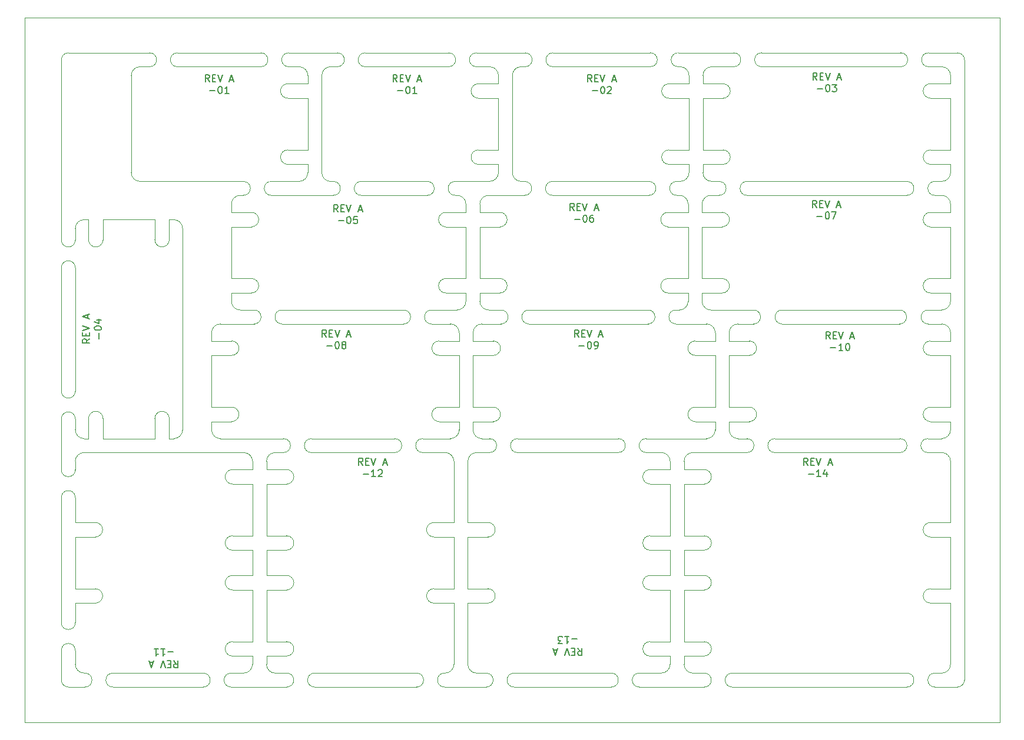
<source format=gbo>
G04 #@! TF.GenerationSoftware,KiCad,Pcbnew,(5.1.2)-2*
G04 #@! TF.CreationDate,2019-09-28T01:25:21-05:00*
G04 #@! TF.ProjectId,front_end,66726f6e-745f-4656-9e64-2e6b69636164,A*
G04 #@! TF.SameCoordinates,Original*
G04 #@! TF.FileFunction,Legend,Bot*
G04 #@! TF.FilePolarity,Positive*
%FSLAX46Y46*%
G04 Gerber Fmt 4.6, Leading zero omitted, Abs format (unit mm)*
G04 Created by KiCad (PCBNEW (5.1.2)-2) date 2019-09-28 01:25:21*
%MOMM*%
%LPD*%
G04 APERTURE LIST*
%ADD10C,0.025400*%
%ADD11C,0.152400*%
G04 APERTURE END LIST*
D10*
X253967940Y-136955000D02*
X256648140Y-136955000D01*
X259614600Y-170705000D02*
G75*
G02X259614600Y-168705000I0J1000000D01*
G01*
X255614600Y-168705000D02*
G75*
G02X255614600Y-170705000I0J-1000000D01*
G01*
X252697940Y-154646100D02*
X252697940Y-151013900D01*
X252697940Y-138225000D02*
G75*
G02X253967940Y-136955000I1270000J0D01*
G01*
X253967940Y-168705000D02*
G75*
G02X252697940Y-167435000I0J1270000D01*
G01*
X252697940Y-166253900D02*
X252697940Y-167435000D01*
X252697940Y-139406100D02*
X252697940Y-138225000D01*
X253967940Y-168705000D02*
X255614600Y-168705000D01*
D11*
X167236019Y-120599467D02*
X166752209Y-120938134D01*
X167236019Y-121180039D02*
X166220019Y-121180039D01*
X166220019Y-120792991D01*
X166268400Y-120696229D01*
X166316780Y-120647848D01*
X166413542Y-120599467D01*
X166558685Y-120599467D01*
X166655447Y-120647848D01*
X166703828Y-120696229D01*
X166752209Y-120792991D01*
X166752209Y-121180039D01*
X166703828Y-120164039D02*
X166703828Y-119825372D01*
X167236019Y-119680229D02*
X167236019Y-120164039D01*
X166220019Y-120164039D01*
X166220019Y-119680229D01*
X166220019Y-119389943D02*
X167236019Y-119051277D01*
X166220019Y-118712610D01*
X166945733Y-117648229D02*
X166945733Y-117164420D01*
X167236019Y-117744991D02*
X166220019Y-117406324D01*
X167236019Y-117067658D01*
X168525371Y-120551086D02*
X168525371Y-119776991D01*
X167896419Y-119099658D02*
X167896419Y-119002896D01*
X167944800Y-118906134D01*
X167993180Y-118857753D01*
X168089942Y-118809372D01*
X168283466Y-118760991D01*
X168525371Y-118760991D01*
X168718895Y-118809372D01*
X168815657Y-118857753D01*
X168864038Y-118906134D01*
X168912419Y-119002896D01*
X168912419Y-119099658D01*
X168864038Y-119196420D01*
X168815657Y-119244800D01*
X168718895Y-119293181D01*
X168525371Y-119341562D01*
X168283466Y-119341562D01*
X168089942Y-119293181D01*
X167993180Y-119244800D01*
X167944800Y-119196420D01*
X167896419Y-119099658D01*
X168235085Y-117890134D02*
X168912419Y-117890134D01*
X167848038Y-118132039D02*
X168573752Y-118373943D01*
X168573752Y-117744991D01*
X179311607Y-166890480D02*
X179650274Y-167374290D01*
X179892179Y-166890480D02*
X179892179Y-167906480D01*
X179505131Y-167906480D01*
X179408369Y-167858100D01*
X179359988Y-167809719D01*
X179311607Y-167712957D01*
X179311607Y-167567814D01*
X179359988Y-167471052D01*
X179408369Y-167422671D01*
X179505131Y-167374290D01*
X179892179Y-167374290D01*
X178876179Y-167422671D02*
X178537512Y-167422671D01*
X178392369Y-166890480D02*
X178876179Y-166890480D01*
X178876179Y-167906480D01*
X178392369Y-167906480D01*
X178102083Y-167906480D02*
X177763417Y-166890480D01*
X177424750Y-167906480D01*
X176360369Y-167180766D02*
X175876560Y-167180766D01*
X176457131Y-166890480D02*
X176118464Y-167906480D01*
X175779798Y-166890480D01*
X179263226Y-165601128D02*
X178489131Y-165601128D01*
X177473131Y-165214080D02*
X178053702Y-165214080D01*
X177763417Y-165214080D02*
X177763417Y-166230080D01*
X177860179Y-166084938D01*
X177956940Y-165988176D01*
X178053702Y-165939795D01*
X176505512Y-165214080D02*
X177086083Y-165214080D01*
X176795798Y-165214080D02*
X176795798Y-166230080D01*
X176892560Y-166084938D01*
X176989321Y-165988176D01*
X177086083Y-165939795D01*
X206508644Y-138768439D02*
X206169977Y-138284629D01*
X205928072Y-138768439D02*
X205928072Y-137752439D01*
X206315120Y-137752439D01*
X206411882Y-137800820D01*
X206460263Y-137849200D01*
X206508644Y-137945962D01*
X206508644Y-138091105D01*
X206460263Y-138187867D01*
X206411882Y-138236248D01*
X206315120Y-138284629D01*
X205928072Y-138284629D01*
X206944072Y-138236248D02*
X207282739Y-138236248D01*
X207427882Y-138768439D02*
X206944072Y-138768439D01*
X206944072Y-137752439D01*
X207427882Y-137752439D01*
X207718168Y-137752439D02*
X208056834Y-138768439D01*
X208395501Y-137752439D01*
X209459882Y-138478153D02*
X209943692Y-138478153D01*
X209363120Y-138768439D02*
X209701787Y-137752439D01*
X210040453Y-138768439D01*
X206557025Y-140057791D02*
X207331120Y-140057791D01*
X208347120Y-140444839D02*
X207766549Y-140444839D01*
X208056834Y-140444839D02*
X208056834Y-139428839D01*
X207960072Y-139573981D01*
X207863311Y-139670743D01*
X207766549Y-139719124D01*
X208734168Y-139525600D02*
X208782549Y-139477220D01*
X208879311Y-139428839D01*
X209121215Y-139428839D01*
X209217977Y-139477220D01*
X209266358Y-139525600D01*
X209314739Y-139622362D01*
X209314739Y-139719124D01*
X209266358Y-139864267D01*
X208685787Y-140444839D01*
X209314739Y-140444839D01*
X237401667Y-165093240D02*
X237740334Y-165577050D01*
X237982239Y-165093240D02*
X237982239Y-166109240D01*
X237595191Y-166109240D01*
X237498429Y-166060860D01*
X237450048Y-166012479D01*
X237401667Y-165915717D01*
X237401667Y-165770574D01*
X237450048Y-165673812D01*
X237498429Y-165625431D01*
X237595191Y-165577050D01*
X237982239Y-165577050D01*
X236966239Y-165625431D02*
X236627572Y-165625431D01*
X236482429Y-165093240D02*
X236966239Y-165093240D01*
X236966239Y-166109240D01*
X236482429Y-166109240D01*
X236192143Y-166109240D02*
X235853477Y-165093240D01*
X235514810Y-166109240D01*
X234450429Y-165383526D02*
X233966620Y-165383526D01*
X234547191Y-165093240D02*
X234208524Y-166109240D01*
X233869858Y-165093240D01*
X237353286Y-163803888D02*
X236579191Y-163803888D01*
X235563191Y-163416840D02*
X236143762Y-163416840D01*
X235853477Y-163416840D02*
X235853477Y-164432840D01*
X235950239Y-164287698D01*
X236047000Y-164190936D01*
X236143762Y-164142555D01*
X235224524Y-164432840D02*
X234595572Y-164432840D01*
X234934239Y-164045793D01*
X234789096Y-164045793D01*
X234692334Y-163997412D01*
X234643953Y-163949031D01*
X234595572Y-163852269D01*
X234595572Y-163610364D01*
X234643953Y-163513602D01*
X234692334Y-163465221D01*
X234789096Y-163416840D01*
X235079381Y-163416840D01*
X235176143Y-163465221D01*
X235224524Y-163513602D01*
X270504502Y-138768439D02*
X270165835Y-138284629D01*
X269923930Y-138768439D02*
X269923930Y-137752439D01*
X270310978Y-137752439D01*
X270407740Y-137800820D01*
X270456121Y-137849200D01*
X270504502Y-137945962D01*
X270504502Y-138091105D01*
X270456121Y-138187867D01*
X270407740Y-138236248D01*
X270310978Y-138284629D01*
X269923930Y-138284629D01*
X270939930Y-138236248D02*
X271278597Y-138236248D01*
X271423740Y-138768439D02*
X270939930Y-138768439D01*
X270939930Y-137752439D01*
X271423740Y-137752439D01*
X271714026Y-137752439D02*
X272052692Y-138768439D01*
X272391359Y-137752439D01*
X273455740Y-138478153D02*
X273939550Y-138478153D01*
X273358978Y-138768439D02*
X273697645Y-137752439D01*
X274036311Y-138768439D01*
X270552883Y-140057791D02*
X271326978Y-140057791D01*
X272342978Y-140444839D02*
X271762407Y-140444839D01*
X272052692Y-140444839D02*
X272052692Y-139428839D01*
X271955930Y-139573981D01*
X271859169Y-139670743D01*
X271762407Y-139719124D01*
X273213835Y-139767505D02*
X273213835Y-140444839D01*
X272971930Y-139380458D02*
X272730026Y-140106172D01*
X273358978Y-140106172D01*
X236908572Y-102112739D02*
X236569905Y-101628929D01*
X236328000Y-102112739D02*
X236328000Y-101096739D01*
X236715048Y-101096739D01*
X236811810Y-101145120D01*
X236860191Y-101193500D01*
X236908572Y-101290262D01*
X236908572Y-101435405D01*
X236860191Y-101532167D01*
X236811810Y-101580548D01*
X236715048Y-101628929D01*
X236328000Y-101628929D01*
X237344000Y-101580548D02*
X237682667Y-101580548D01*
X237827810Y-102112739D02*
X237344000Y-102112739D01*
X237344000Y-101096739D01*
X237827810Y-101096739D01*
X238118096Y-101096739D02*
X238456762Y-102112739D01*
X238795429Y-101096739D01*
X239859810Y-101822453D02*
X240343620Y-101822453D01*
X239763048Y-102112739D02*
X240101715Y-101096739D01*
X240440381Y-102112739D01*
X236956953Y-103402091D02*
X237731048Y-103402091D01*
X238408381Y-102773139D02*
X238505143Y-102773139D01*
X238601905Y-102821520D01*
X238650286Y-102869900D01*
X238698667Y-102966662D01*
X238747048Y-103160186D01*
X238747048Y-103402091D01*
X238698667Y-103595615D01*
X238650286Y-103692377D01*
X238601905Y-103740758D01*
X238505143Y-103789139D01*
X238408381Y-103789139D01*
X238311620Y-103740758D01*
X238263239Y-103692377D01*
X238214858Y-103595615D01*
X238166477Y-103402091D01*
X238166477Y-103160186D01*
X238214858Y-102966662D01*
X238263239Y-102869900D01*
X238311620Y-102821520D01*
X238408381Y-102773139D01*
X239617905Y-102773139D02*
X239424381Y-102773139D01*
X239327620Y-102821520D01*
X239279239Y-102869900D01*
X239182477Y-103015043D01*
X239134096Y-103208567D01*
X239134096Y-103595615D01*
X239182477Y-103692377D01*
X239230858Y-103740758D01*
X239327620Y-103789139D01*
X239521143Y-103789139D01*
X239617905Y-103740758D01*
X239666286Y-103692377D01*
X239714667Y-103595615D01*
X239714667Y-103353710D01*
X239666286Y-103256948D01*
X239617905Y-103208567D01*
X239521143Y-103160186D01*
X239327620Y-103160186D01*
X239230858Y-103208567D01*
X239182477Y-103256948D01*
X239134096Y-103353710D01*
X202945158Y-102326419D02*
X202606491Y-101842609D01*
X202364586Y-102326419D02*
X202364586Y-101310419D01*
X202751634Y-101310419D01*
X202848396Y-101358800D01*
X202896777Y-101407180D01*
X202945158Y-101503942D01*
X202945158Y-101649085D01*
X202896777Y-101745847D01*
X202848396Y-101794228D01*
X202751634Y-101842609D01*
X202364586Y-101842609D01*
X203380586Y-101794228D02*
X203719253Y-101794228D01*
X203864396Y-102326419D02*
X203380586Y-102326419D01*
X203380586Y-101310419D01*
X203864396Y-101310419D01*
X204154682Y-101310419D02*
X204493348Y-102326419D01*
X204832015Y-101310419D01*
X205896396Y-102036133D02*
X206380206Y-102036133D01*
X205799634Y-102326419D02*
X206138301Y-101310419D01*
X206476967Y-102326419D01*
X202993539Y-103615771D02*
X203767634Y-103615771D01*
X204444967Y-102986819D02*
X204541729Y-102986819D01*
X204638491Y-103035200D01*
X204686872Y-103083580D01*
X204735253Y-103180342D01*
X204783634Y-103373866D01*
X204783634Y-103615771D01*
X204735253Y-103809295D01*
X204686872Y-103906057D01*
X204638491Y-103954438D01*
X204541729Y-104002819D01*
X204444967Y-104002819D01*
X204348206Y-103954438D01*
X204299825Y-103906057D01*
X204251444Y-103809295D01*
X204203063Y-103615771D01*
X204203063Y-103373866D01*
X204251444Y-103180342D01*
X204299825Y-103083580D01*
X204348206Y-103035200D01*
X204444967Y-102986819D01*
X205702872Y-102986819D02*
X205219063Y-102986819D01*
X205170682Y-103470628D01*
X205219063Y-103422247D01*
X205315825Y-103373866D01*
X205557729Y-103373866D01*
X205654491Y-103422247D01*
X205702872Y-103470628D01*
X205751253Y-103567390D01*
X205751253Y-103809295D01*
X205702872Y-103906057D01*
X205654491Y-103954438D01*
X205557729Y-104002819D01*
X205315825Y-104002819D01*
X205219063Y-103954438D01*
X205170682Y-103906057D01*
X201267852Y-120326419D02*
X200929185Y-119842609D01*
X200687280Y-120326419D02*
X200687280Y-119310419D01*
X201074328Y-119310419D01*
X201171090Y-119358800D01*
X201219471Y-119407180D01*
X201267852Y-119503942D01*
X201267852Y-119649085D01*
X201219471Y-119745847D01*
X201171090Y-119794228D01*
X201074328Y-119842609D01*
X200687280Y-119842609D01*
X201703280Y-119794228D02*
X202041947Y-119794228D01*
X202187090Y-120326419D02*
X201703280Y-120326419D01*
X201703280Y-119310419D01*
X202187090Y-119310419D01*
X202477376Y-119310419D02*
X202816042Y-120326419D01*
X203154709Y-119310419D01*
X204219090Y-120036133D02*
X204702900Y-120036133D01*
X204122328Y-120326419D02*
X204460995Y-119310419D01*
X204799661Y-120326419D01*
X201316233Y-121615771D02*
X202090328Y-121615771D01*
X202767661Y-120986819D02*
X202864423Y-120986819D01*
X202961185Y-121035200D01*
X203009566Y-121083580D01*
X203057947Y-121180342D01*
X203106328Y-121373866D01*
X203106328Y-121615771D01*
X203057947Y-121809295D01*
X203009566Y-121906057D01*
X202961185Y-121954438D01*
X202864423Y-122002819D01*
X202767661Y-122002819D01*
X202670900Y-121954438D01*
X202622519Y-121906057D01*
X202574138Y-121809295D01*
X202525757Y-121615771D01*
X202525757Y-121373866D01*
X202574138Y-121180342D01*
X202622519Y-121083580D01*
X202670900Y-121035200D01*
X202767661Y-120986819D01*
X203686900Y-121422247D02*
X203590138Y-121373866D01*
X203541757Y-121325485D01*
X203493376Y-121228723D01*
X203493376Y-121180342D01*
X203541757Y-121083580D01*
X203590138Y-121035200D01*
X203686900Y-120986819D01*
X203880423Y-120986819D01*
X203977185Y-121035200D01*
X204025566Y-121083580D01*
X204073947Y-121180342D01*
X204073947Y-121228723D01*
X204025566Y-121325485D01*
X203977185Y-121373866D01*
X203880423Y-121422247D01*
X203686900Y-121422247D01*
X203590138Y-121470628D01*
X203541757Y-121519009D01*
X203493376Y-121615771D01*
X203493376Y-121809295D01*
X203541757Y-121906057D01*
X203590138Y-121954438D01*
X203686900Y-122002819D01*
X203880423Y-122002819D01*
X203977185Y-121954438D01*
X204025566Y-121906057D01*
X204073947Y-121809295D01*
X204073947Y-121615771D01*
X204025566Y-121519009D01*
X203977185Y-121470628D01*
X203880423Y-121422247D01*
X237546952Y-120326419D02*
X237208285Y-119842609D01*
X236966380Y-120326419D02*
X236966380Y-119310419D01*
X237353428Y-119310419D01*
X237450190Y-119358800D01*
X237498571Y-119407180D01*
X237546952Y-119503942D01*
X237546952Y-119649085D01*
X237498571Y-119745847D01*
X237450190Y-119794228D01*
X237353428Y-119842609D01*
X236966380Y-119842609D01*
X237982380Y-119794228D02*
X238321047Y-119794228D01*
X238466190Y-120326419D02*
X237982380Y-120326419D01*
X237982380Y-119310419D01*
X238466190Y-119310419D01*
X238756476Y-119310419D02*
X239095142Y-120326419D01*
X239433809Y-119310419D01*
X240498190Y-120036133D02*
X240982000Y-120036133D01*
X240401428Y-120326419D02*
X240740095Y-119310419D01*
X241078761Y-120326419D01*
X237595333Y-121615771D02*
X238369428Y-121615771D01*
X239046761Y-120986819D02*
X239143523Y-120986819D01*
X239240285Y-121035200D01*
X239288666Y-121083580D01*
X239337047Y-121180342D01*
X239385428Y-121373866D01*
X239385428Y-121615771D01*
X239337047Y-121809295D01*
X239288666Y-121906057D01*
X239240285Y-121954438D01*
X239143523Y-122002819D01*
X239046761Y-122002819D01*
X238950000Y-121954438D01*
X238901619Y-121906057D01*
X238853238Y-121809295D01*
X238804857Y-121615771D01*
X238804857Y-121373866D01*
X238853238Y-121180342D01*
X238901619Y-121083580D01*
X238950000Y-121035200D01*
X239046761Y-120986819D01*
X239869238Y-122002819D02*
X240062761Y-122002819D01*
X240159523Y-121954438D01*
X240207904Y-121906057D01*
X240304666Y-121760914D01*
X240353047Y-121567390D01*
X240353047Y-121180342D01*
X240304666Y-121083580D01*
X240256285Y-121035200D01*
X240159523Y-120986819D01*
X239966000Y-120986819D01*
X239869238Y-121035200D01*
X239820857Y-121083580D01*
X239772476Y-121180342D01*
X239772476Y-121422247D01*
X239820857Y-121519009D01*
X239869238Y-121567390D01*
X239966000Y-121615771D01*
X240159523Y-121615771D01*
X240256285Y-121567390D01*
X240304666Y-121519009D01*
X240353047Y-121422247D01*
X184445052Y-83593819D02*
X184106385Y-83110009D01*
X183864480Y-83593819D02*
X183864480Y-82577819D01*
X184251528Y-82577819D01*
X184348290Y-82626200D01*
X184396671Y-82674580D01*
X184445052Y-82771342D01*
X184445052Y-82916485D01*
X184396671Y-83013247D01*
X184348290Y-83061628D01*
X184251528Y-83110009D01*
X183864480Y-83110009D01*
X184880480Y-83061628D02*
X185219147Y-83061628D01*
X185364290Y-83593819D02*
X184880480Y-83593819D01*
X184880480Y-82577819D01*
X185364290Y-82577819D01*
X185654576Y-82577819D02*
X185993242Y-83593819D01*
X186331909Y-82577819D01*
X187396290Y-83303533D02*
X187880100Y-83303533D01*
X187299528Y-83593819D02*
X187638195Y-82577819D01*
X187976861Y-83593819D01*
X184493433Y-84883171D02*
X185267528Y-84883171D01*
X185944861Y-84254219D02*
X186041623Y-84254219D01*
X186138385Y-84302600D01*
X186186766Y-84350980D01*
X186235147Y-84447742D01*
X186283528Y-84641266D01*
X186283528Y-84883171D01*
X186235147Y-85076695D01*
X186186766Y-85173457D01*
X186138385Y-85221838D01*
X186041623Y-85270219D01*
X185944861Y-85270219D01*
X185848100Y-85221838D01*
X185799719Y-85173457D01*
X185751338Y-85076695D01*
X185702957Y-84883171D01*
X185702957Y-84641266D01*
X185751338Y-84447742D01*
X185799719Y-84350980D01*
X185848100Y-84302600D01*
X185944861Y-84254219D01*
X187251147Y-85270219D02*
X186670576Y-85270219D01*
X186960861Y-85270219D02*
X186960861Y-84254219D01*
X186864100Y-84399361D01*
X186767338Y-84496123D01*
X186670576Y-84544504D01*
X211445052Y-83609059D02*
X211106385Y-83125249D01*
X210864480Y-83609059D02*
X210864480Y-82593059D01*
X211251528Y-82593059D01*
X211348290Y-82641440D01*
X211396671Y-82689820D01*
X211445052Y-82786582D01*
X211445052Y-82931725D01*
X211396671Y-83028487D01*
X211348290Y-83076868D01*
X211251528Y-83125249D01*
X210864480Y-83125249D01*
X211880480Y-83076868D02*
X212219147Y-83076868D01*
X212364290Y-83609059D02*
X211880480Y-83609059D01*
X211880480Y-82593059D01*
X212364290Y-82593059D01*
X212654576Y-82593059D02*
X212993242Y-83609059D01*
X213331909Y-82593059D01*
X214396290Y-83318773D02*
X214880100Y-83318773D01*
X214299528Y-83609059D02*
X214638195Y-82593059D01*
X214976861Y-83609059D01*
X211493433Y-84898411D02*
X212267528Y-84898411D01*
X212944861Y-84269459D02*
X213041623Y-84269459D01*
X213138385Y-84317840D01*
X213186766Y-84366220D01*
X213235147Y-84462982D01*
X213283528Y-84656506D01*
X213283528Y-84898411D01*
X213235147Y-85091935D01*
X213186766Y-85188697D01*
X213138385Y-85237078D01*
X213041623Y-85285459D01*
X212944861Y-85285459D01*
X212848100Y-85237078D01*
X212799719Y-85188697D01*
X212751338Y-85091935D01*
X212702957Y-84898411D01*
X212702957Y-84656506D01*
X212751338Y-84462982D01*
X212799719Y-84366220D01*
X212848100Y-84317840D01*
X212944861Y-84269459D01*
X214251147Y-85285459D02*
X213670576Y-85285459D01*
X213960861Y-85285459D02*
X213960861Y-84269459D01*
X213864100Y-84414601D01*
X213767338Y-84511363D01*
X213670576Y-84559744D01*
X273700052Y-120596002D02*
X273361385Y-120112192D01*
X273119480Y-120596002D02*
X273119480Y-119580002D01*
X273506528Y-119580002D01*
X273603290Y-119628383D01*
X273651671Y-119676763D01*
X273700052Y-119773525D01*
X273700052Y-119918668D01*
X273651671Y-120015430D01*
X273603290Y-120063811D01*
X273506528Y-120112192D01*
X273119480Y-120112192D01*
X274135480Y-120063811D02*
X274474147Y-120063811D01*
X274619290Y-120596002D02*
X274135480Y-120596002D01*
X274135480Y-119580002D01*
X274619290Y-119580002D01*
X274909576Y-119580002D02*
X275248242Y-120596002D01*
X275586909Y-119580002D01*
X276651290Y-120305716D02*
X277135100Y-120305716D01*
X276554528Y-120596002D02*
X276893195Y-119580002D01*
X277231861Y-120596002D01*
X273748433Y-121885354D02*
X274522528Y-121885354D01*
X275538528Y-122272402D02*
X274957957Y-122272402D01*
X275248242Y-122272402D02*
X275248242Y-121256402D01*
X275151480Y-121401544D01*
X275054719Y-121498306D01*
X274957957Y-121546687D01*
X276167480Y-121256402D02*
X276264242Y-121256402D01*
X276361004Y-121304783D01*
X276409385Y-121353163D01*
X276457766Y-121449925D01*
X276506147Y-121643449D01*
X276506147Y-121885354D01*
X276457766Y-122078878D01*
X276409385Y-122175640D01*
X276361004Y-122224021D01*
X276264242Y-122272402D01*
X276167480Y-122272402D01*
X276070719Y-122224021D01*
X276022338Y-122175640D01*
X275973957Y-122078878D01*
X275925576Y-121885354D01*
X275925576Y-121643449D01*
X275973957Y-121449925D01*
X276022338Y-121353163D01*
X276070719Y-121304783D01*
X276167480Y-121256402D01*
X271748232Y-101672027D02*
X271409565Y-101188217D01*
X271167660Y-101672027D02*
X271167660Y-100656027D01*
X271554708Y-100656027D01*
X271651470Y-100704408D01*
X271699851Y-100752788D01*
X271748232Y-100849550D01*
X271748232Y-100994693D01*
X271699851Y-101091455D01*
X271651470Y-101139836D01*
X271554708Y-101188217D01*
X271167660Y-101188217D01*
X272183660Y-101139836D02*
X272522327Y-101139836D01*
X272667470Y-101672027D02*
X272183660Y-101672027D01*
X272183660Y-100656027D01*
X272667470Y-100656027D01*
X272957756Y-100656027D02*
X273296422Y-101672027D01*
X273635089Y-100656027D01*
X274699470Y-101381741D02*
X275183280Y-101381741D01*
X274602708Y-101672027D02*
X274941375Y-100656027D01*
X275280041Y-101672027D01*
X271796613Y-102961379D02*
X272570708Y-102961379D01*
X273248041Y-102332427D02*
X273344803Y-102332427D01*
X273441565Y-102380808D01*
X273489946Y-102429188D01*
X273538327Y-102525950D01*
X273586708Y-102719474D01*
X273586708Y-102961379D01*
X273538327Y-103154903D01*
X273489946Y-103251665D01*
X273441565Y-103300046D01*
X273344803Y-103348427D01*
X273248041Y-103348427D01*
X273151280Y-103300046D01*
X273102899Y-103251665D01*
X273054518Y-103154903D01*
X273006137Y-102961379D01*
X273006137Y-102719474D01*
X273054518Y-102525950D01*
X273102899Y-102429188D01*
X273151280Y-102380808D01*
X273248041Y-102332427D01*
X273925375Y-102332427D02*
X274602708Y-102332427D01*
X274167280Y-103348427D01*
X271809812Y-83326419D02*
X271471145Y-82842609D01*
X271229240Y-83326419D02*
X271229240Y-82310419D01*
X271616288Y-82310419D01*
X271713050Y-82358800D01*
X271761431Y-82407180D01*
X271809812Y-82503942D01*
X271809812Y-82649085D01*
X271761431Y-82745847D01*
X271713050Y-82794228D01*
X271616288Y-82842609D01*
X271229240Y-82842609D01*
X272245240Y-82794228D02*
X272583907Y-82794228D01*
X272729050Y-83326419D02*
X272245240Y-83326419D01*
X272245240Y-82310419D01*
X272729050Y-82310419D01*
X273019336Y-82310419D02*
X273358002Y-83326419D01*
X273696669Y-82310419D01*
X274761050Y-83036133D02*
X275244860Y-83036133D01*
X274664288Y-83326419D02*
X275002955Y-82310419D01*
X275341621Y-83326419D01*
X271858193Y-84615771D02*
X272632288Y-84615771D01*
X273309621Y-83986819D02*
X273406383Y-83986819D01*
X273503145Y-84035200D01*
X273551526Y-84083580D01*
X273599907Y-84180342D01*
X273648288Y-84373866D01*
X273648288Y-84615771D01*
X273599907Y-84809295D01*
X273551526Y-84906057D01*
X273503145Y-84954438D01*
X273406383Y-85002819D01*
X273309621Y-85002819D01*
X273212860Y-84954438D01*
X273164479Y-84906057D01*
X273116098Y-84809295D01*
X273067717Y-84615771D01*
X273067717Y-84373866D01*
X273116098Y-84180342D01*
X273164479Y-84083580D01*
X273212860Y-84035200D01*
X273309621Y-83986819D01*
X273986955Y-83986819D02*
X274615907Y-83986819D01*
X274277240Y-84373866D01*
X274422383Y-84373866D01*
X274519145Y-84422247D01*
X274567526Y-84470628D01*
X274615907Y-84567390D01*
X274615907Y-84809295D01*
X274567526Y-84906057D01*
X274519145Y-84954438D01*
X274422383Y-85002819D01*
X274132098Y-85002819D01*
X274035336Y-84954438D01*
X273986955Y-84906057D01*
X239445052Y-83609059D02*
X239106385Y-83125249D01*
X238864480Y-83609059D02*
X238864480Y-82593059D01*
X239251528Y-82593059D01*
X239348290Y-82641440D01*
X239396671Y-82689820D01*
X239445052Y-82786582D01*
X239445052Y-82931725D01*
X239396671Y-83028487D01*
X239348290Y-83076868D01*
X239251528Y-83125249D01*
X238864480Y-83125249D01*
X239880480Y-83076868D02*
X240219147Y-83076868D01*
X240364290Y-83609059D02*
X239880480Y-83609059D01*
X239880480Y-82593059D01*
X240364290Y-82593059D01*
X240654576Y-82593059D02*
X240993242Y-83609059D01*
X241331909Y-82593059D01*
X242396290Y-83318773D02*
X242880100Y-83318773D01*
X242299528Y-83609059D02*
X242638195Y-82593059D01*
X242976861Y-83609059D01*
X239493433Y-84898411D02*
X240267528Y-84898411D01*
X240944861Y-84269459D02*
X241041623Y-84269459D01*
X241138385Y-84317840D01*
X241186766Y-84366220D01*
X241235147Y-84462982D01*
X241283528Y-84656506D01*
X241283528Y-84898411D01*
X241235147Y-85091935D01*
X241186766Y-85188697D01*
X241138385Y-85237078D01*
X241041623Y-85285459D01*
X240944861Y-85285459D01*
X240848100Y-85237078D01*
X240799719Y-85188697D01*
X240751338Y-85091935D01*
X240702957Y-84898411D01*
X240702957Y-84656506D01*
X240751338Y-84462982D01*
X240799719Y-84366220D01*
X240848100Y-84317840D01*
X240944861Y-84269459D01*
X241670576Y-84366220D02*
X241718957Y-84317840D01*
X241815719Y-84269459D01*
X242057623Y-84269459D01*
X242154385Y-84317840D01*
X242202766Y-84366220D01*
X242251147Y-84462982D01*
X242251147Y-84559744D01*
X242202766Y-84704887D01*
X241622195Y-85285459D01*
X242251147Y-85285459D01*
D10*
X165168100Y-104705420D02*
X165168100Y-106364200D01*
X163168100Y-106364200D02*
X163168100Y-80425000D01*
X165168100Y-132119300D02*
X165168100Y-133685000D01*
X163168100Y-132119300D02*
X163165380Y-139435000D01*
X165168100Y-106364200D02*
G75*
G02X163168100Y-106364200I-1000000J0D01*
G01*
X163168100Y-110364200D02*
G75*
G02X165168100Y-110364200I1000000J0D01*
G01*
X165168100Y-128119300D02*
G75*
G02X163168100Y-128119300I-1000000J0D01*
G01*
X163168100Y-132119300D02*
G75*
G02X165168100Y-132119300I1000000J0D01*
G01*
X164165380Y-170705000D02*
G75*
G02X163165380Y-169705000I0J1000000D01*
G01*
X293015720Y-169705000D02*
G75*
G02X292015720Y-170705000I-1000000J0D01*
G01*
X292015720Y-79425000D02*
G75*
G02X293015720Y-80425000I0J-1000000D01*
G01*
X163168100Y-80425000D02*
G75*
G02X164168100Y-79425000I1000000J0D01*
G01*
X178682000Y-103435420D02*
X179317000Y-103435420D01*
X179320000Y-134955000D02*
X178682000Y-134955000D01*
X179320000Y-103435420D02*
G75*
G02X180590000Y-104705420I0J-1270000D01*
G01*
X180590000Y-133685000D02*
G75*
G02X179320000Y-134955000I-1270000J0D01*
G01*
X180590000Y-133685000D02*
X180590000Y-104705420D01*
X166438100Y-134955000D02*
X167074200Y-134955000D01*
X165168100Y-128119300D02*
X165168100Y-110364200D01*
X167074200Y-103435420D02*
X166439200Y-103435420D01*
X165168100Y-104705420D02*
G75*
G02X166438100Y-103435420I1270000J0D01*
G01*
X166438100Y-134955000D02*
G75*
G02X165168100Y-133685000I0J1270000D01*
G01*
X284745720Y-97935000D02*
G75*
G02X284745720Y-99935000I0J-1000000D01*
G01*
X261745720Y-99935000D02*
G75*
G02X261745720Y-97935000I0J1000000D01*
G01*
X193340000Y-97935000D02*
X197340000Y-97935000D01*
X189340000Y-99935000D02*
X188880000Y-99935000D01*
X193340000Y-99935000D02*
G75*
G02X193340000Y-97935000I0J1000000D01*
G01*
X189340000Y-97935000D02*
G75*
G02X189340000Y-99935000I0J-1000000D01*
G01*
X166435380Y-168705000D02*
X166563320Y-168705000D01*
X165165380Y-165435000D02*
X165165380Y-167435000D01*
X165165380Y-138225000D02*
X165165380Y-139435000D01*
X288746040Y-170705000D02*
X292015720Y-170705000D01*
X288746040Y-168705000D02*
X289746040Y-168705000D01*
X249427600Y-168705000D02*
X246247180Y-168705000D01*
X246247180Y-170705000D02*
X255614600Y-170705000D01*
X228247180Y-170705000D02*
X242247180Y-170705000D01*
X218247180Y-168705000D02*
X218341140Y-168705000D01*
X222876980Y-168705000D02*
X224247180Y-168705000D01*
X218247180Y-170705000D02*
X224247180Y-170705000D01*
X199573320Y-170705000D02*
X214247180Y-170705000D01*
X193926660Y-168705000D02*
X195573320Y-168705000D01*
X187563320Y-168705000D02*
X189381740Y-168705000D01*
X187563320Y-170705000D02*
X195573320Y-170705000D01*
X170563320Y-170705000D02*
X183563320Y-170705000D01*
X164165380Y-170705000D02*
X166563320Y-170705000D01*
X163165380Y-165435000D02*
X163165380Y-169705000D01*
X163165380Y-143435000D02*
X163165380Y-161435000D01*
X165165380Y-139435000D02*
G75*
G02X163165380Y-139435000I-1000000J0D01*
G01*
X163165380Y-143435000D02*
G75*
G02X165165380Y-143435000I1000000J0D01*
G01*
X165165380Y-161435000D02*
G75*
G02X163165380Y-161435000I-1000000J0D01*
G01*
X163165380Y-165435000D02*
G75*
G02X165165380Y-165435000I1000000J0D01*
G01*
X166563320Y-168705000D02*
G75*
G02X166563320Y-170705000I0J-1000000D01*
G01*
X170563320Y-170705000D02*
G75*
G02X170563320Y-168705000I0J1000000D01*
G01*
X183563320Y-168705000D02*
G75*
G02X183563320Y-170705000I0J-1000000D01*
G01*
X187563320Y-170705000D02*
G75*
G02X187563320Y-168705000I0J1000000D01*
G01*
X195573320Y-168705000D02*
G75*
G02X195573320Y-170705000I0J-1000000D01*
G01*
X199573320Y-170705000D02*
G75*
G02X199573320Y-168705000I0J1000000D01*
G01*
X214247180Y-168705000D02*
G75*
G02X214247180Y-170705000I0J-1000000D01*
G01*
X218247180Y-170705000D02*
G75*
G02X218247180Y-168705000I0J1000000D01*
G01*
X224247180Y-168705000D02*
G75*
G02X224247180Y-170705000I0J-1000000D01*
G01*
X228247180Y-170705000D02*
G75*
G02X228247180Y-168705000I0J1000000D01*
G01*
X242247180Y-168705000D02*
G75*
G02X242247180Y-170705000I0J-1000000D01*
G01*
X246247180Y-170705000D02*
G75*
G02X246247180Y-168705000I0J1000000D01*
G01*
X284746040Y-168705000D02*
G75*
G02X284746040Y-170705000I0J-1000000D01*
G01*
X288746040Y-170705000D02*
G75*
G02X288746040Y-168705000I0J1000000D01*
G01*
X287848100Y-81425000D02*
X289745720Y-81425000D01*
X287848100Y-79425000D02*
X292015720Y-79425000D01*
X256680000Y-81425000D02*
X259848100Y-81425000D01*
X251848100Y-81425000D02*
X252140000Y-81425000D01*
X251848100Y-79425000D02*
X259848100Y-79425000D01*
X233848100Y-79425000D02*
X247848100Y-79425000D01*
X229280000Y-81425000D02*
X229848100Y-81425000D01*
X222848100Y-81425000D02*
X224740000Y-81425000D01*
X222848100Y-79425000D02*
X229848100Y-79425000D01*
X206848100Y-79425000D02*
X218848100Y-79425000D01*
X201880000Y-81425000D02*
X202848100Y-81425000D01*
X195848100Y-79425000D02*
X202848100Y-79425000D01*
X195848100Y-81425000D02*
X197340000Y-81425000D01*
X179848100Y-79425000D02*
X191848100Y-79425000D01*
X175848100Y-79425000D02*
X164168100Y-79425000D01*
X174480000Y-81425000D02*
X175848100Y-81425000D01*
X287848100Y-81425000D02*
G75*
G02X287848100Y-79425000I0J1000000D01*
G01*
X283848100Y-79425000D02*
G75*
G02X283848100Y-81425000I0J-1000000D01*
G01*
X263848100Y-81425000D02*
G75*
G02X263848100Y-79425000I0J1000000D01*
G01*
X259848100Y-79425000D02*
G75*
G02X259848100Y-81425000I0J-1000000D01*
G01*
X251848100Y-81425000D02*
G75*
G02X251848100Y-79425000I0J1000000D01*
G01*
X247848100Y-79425000D02*
G75*
G02X247848100Y-81425000I0J-1000000D01*
G01*
X233848100Y-81425000D02*
G75*
G02X233848100Y-79425000I0J1000000D01*
G01*
X229848100Y-79425000D02*
G75*
G02X229848100Y-81425000I0J-1000000D01*
G01*
X222848100Y-81425000D02*
G75*
G02X222848100Y-79425000I0J1000000D01*
G01*
X218848100Y-79425000D02*
G75*
G02X218848100Y-81425000I0J-1000000D01*
G01*
X206848100Y-81425000D02*
G75*
G02X206848100Y-79425000I0J1000000D01*
G01*
X202848100Y-79425000D02*
G75*
G02X202848100Y-81425000I0J-1000000D01*
G01*
X195848100Y-81425000D02*
G75*
G02X195848100Y-79425000I0J1000000D01*
G01*
X191848100Y-79425000D02*
G75*
G02X191848100Y-81425000I0J-1000000D01*
G01*
X179848100Y-81425000D02*
G75*
G02X179848100Y-79425000I0J1000000D01*
G01*
X175848100Y-79425000D02*
G75*
G02X175848100Y-81425000I0J-1000000D01*
G01*
X157863320Y-74345000D02*
X298095720Y-74345000D01*
X157863320Y-175785000D02*
X157863320Y-74345000D01*
X298095720Y-175785000D02*
X157863320Y-175785000D01*
X298095720Y-74345000D02*
X298095720Y-175785000D01*
X259614600Y-170705000D02*
X284746040Y-170705000D01*
X293015720Y-80425000D02*
X293015720Y-169705000D01*
X163168100Y-110364200D02*
X163168100Y-128119300D01*
X283848100Y-79425000D02*
X263848100Y-79425000D01*
X173210000Y-96665000D02*
X173210000Y-82695000D01*
X198610000Y-82695000D02*
X198610000Y-83876100D01*
X174480000Y-97935000D02*
G75*
G02X173210000Y-96665000I0J1270000D01*
G01*
X189340000Y-97935000D02*
X174480000Y-97935000D01*
X198610000Y-96665000D02*
G75*
G02X197340000Y-97935000I-1270000J0D01*
G01*
X173210000Y-82695000D02*
G75*
G02X174480000Y-81425000I1270000J0D01*
G01*
X179848100Y-81425000D02*
X191848100Y-81425000D01*
X198610000Y-95483900D02*
X198610000Y-96665000D01*
X197340000Y-81425000D02*
G75*
G02X198610000Y-82695000I0J-1270000D01*
G01*
X165165380Y-158633900D02*
X165165380Y-161435000D01*
X165165380Y-147026100D02*
X165165380Y-143435000D01*
X189381740Y-136955000D02*
G75*
G02X190651740Y-138225000I0J-1270000D01*
G01*
X166435380Y-168705000D02*
G75*
G02X165165380Y-167435000I0J1270000D01*
G01*
X183563320Y-168705000D02*
X170563320Y-168705000D01*
X190651740Y-167435000D02*
G75*
G02X189381740Y-168705000I-1270000J0D01*
G01*
X165165380Y-138225000D02*
G75*
G02X166435380Y-136955000I1270000J0D01*
G01*
X190651740Y-166253900D02*
X190651740Y-167435000D01*
X166435380Y-136955000D02*
X189381740Y-136955000D01*
X190651740Y-151013900D02*
X190651740Y-154646100D01*
X190651740Y-138225000D02*
X190651740Y-139406100D01*
X229280000Y-97935000D02*
X229780000Y-97935000D01*
X224603240Y-99935000D02*
X229780000Y-99935000D01*
X219780000Y-99935000D02*
X220063580Y-99935000D01*
X219780000Y-97935000D02*
X224740000Y-97935000D01*
X202280000Y-99935000D02*
X193340000Y-99935000D01*
X201880000Y-97935000D02*
X202280000Y-97935000D01*
X233780000Y-99935000D02*
G75*
G02X233780000Y-97935000I0J1000000D01*
G01*
X229780000Y-97935000D02*
G75*
G02X229780000Y-99935000I0J-1000000D01*
G01*
X219780000Y-99935000D02*
G75*
G02X219780000Y-97935000I0J1000000D01*
G01*
X215780000Y-97935000D02*
G75*
G02X215780000Y-99935000I0J-1000000D01*
G01*
X206280000Y-99935000D02*
G75*
G02X206280000Y-97935000I0J1000000D01*
G01*
X202280000Y-97935000D02*
G75*
G02X202280000Y-99935000I0J-1000000D01*
G01*
X226380000Y-118445000D02*
X223639140Y-118445000D01*
X224603240Y-116445000D02*
X226380000Y-116445000D01*
X186033900Y-118445000D02*
X190880000Y-118445000D01*
X188880000Y-116445000D02*
X190880000Y-116445000D01*
X219099620Y-118445000D02*
X216380000Y-118445000D01*
X216380000Y-116445000D02*
X220063580Y-116445000D01*
X230380000Y-118445000D02*
G75*
G02X230380000Y-116445000I0J1000000D01*
G01*
X226380000Y-116445000D02*
G75*
G02X226380000Y-118445000I0J-1000000D01*
G01*
X216380000Y-118445000D02*
G75*
G02X216380000Y-116445000I0J1000000D01*
G01*
X212380000Y-116445000D02*
G75*
G02X212380000Y-118445000I0J-1000000D01*
G01*
X194880000Y-118445000D02*
G75*
G02X194880000Y-116445000I0J1000000D01*
G01*
X190880000Y-116445000D02*
G75*
G02X190880000Y-118445000I0J-1000000D01*
G01*
X193926660Y-136955000D02*
X195105720Y-136955000D01*
X186033900Y-134955000D02*
X195105720Y-134955000D01*
X219099620Y-134955000D02*
X215105720Y-134955000D01*
X215105720Y-136955000D02*
X218341140Y-136955000D01*
X195105720Y-134955000D02*
G75*
G02X195105720Y-136955000I0J-1000000D01*
G01*
X199105720Y-136955000D02*
G75*
G02X199105720Y-134955000I0J1000000D01*
G01*
X211105720Y-134955000D02*
G75*
G02X211105720Y-136955000I0J-1000000D01*
G01*
X215105720Y-136955000D02*
G75*
G02X215105720Y-134955000I0J1000000D01*
G01*
X251520000Y-118445000D02*
X255920000Y-118445000D01*
X251520000Y-116445000D02*
X252020000Y-116445000D01*
X247520000Y-116445000D02*
G75*
G02X247520000Y-118445000I0J-1000000D01*
G01*
X251520000Y-118445000D02*
G75*
G02X251520000Y-116445000I0J1000000D01*
G01*
X251640000Y-99935000D02*
X252020000Y-99935000D01*
X251640000Y-97935000D02*
X252140000Y-97935000D01*
X247640000Y-97935000D02*
G75*
G02X247640000Y-99935000I0J-1000000D01*
G01*
X251640000Y-99935000D02*
G75*
G02X251640000Y-97935000I0J1000000D01*
G01*
X222879520Y-136955000D02*
X224746200Y-136955000D01*
X223623900Y-134955000D02*
X224746200Y-134955000D01*
X240246200Y-134955000D02*
X243246200Y-134955000D01*
X243246200Y-136955000D02*
X241747340Y-136955000D01*
X247246200Y-136955000D02*
X249427600Y-136955000D01*
X247246200Y-134955000D02*
X255920000Y-134955000D01*
X224746200Y-134955000D02*
G75*
G02X224746200Y-136955000I0J-1000000D01*
G01*
X228746200Y-136955000D02*
G75*
G02X228746200Y-134955000I0J1000000D01*
G01*
X243246200Y-134955000D02*
G75*
G02X243246200Y-136955000I0J-1000000D01*
G01*
X247246200Y-136955000D02*
G75*
G02X247246200Y-134955000I0J1000000D01*
G01*
X261746200Y-136955000D02*
X256648140Y-136955000D01*
X260460000Y-134955000D02*
X261746200Y-134955000D01*
X287746200Y-136955000D02*
X289746200Y-136955000D01*
X287746200Y-134955000D02*
X289746200Y-134955000D01*
X265746200Y-136955000D02*
G75*
G02X265746200Y-134955000I0J1000000D01*
G01*
X261746200Y-134955000D02*
G75*
G02X261746200Y-136955000I0J-1000000D01*
G01*
X283746200Y-134955000D02*
G75*
G02X283746200Y-136955000I0J-1000000D01*
G01*
X287746200Y-136955000D02*
G75*
G02X287746200Y-134955000I0J1000000D01*
G01*
X289745720Y-97935000D02*
X288746200Y-97935000D01*
X233848100Y-81425000D02*
X247848100Y-81425000D01*
X291016040Y-158633900D02*
X291016040Y-167435000D01*
X288746200Y-99935000D02*
G75*
G02X288746200Y-97935000I0J1000000D01*
G01*
X259190000Y-119715000D02*
G75*
G02X260460000Y-118445000I1270000J0D01*
G01*
X291016200Y-133685000D02*
G75*
G02X289746200Y-134955000I-1270000J0D01*
G01*
X257746200Y-97935000D02*
G75*
G02X257746200Y-99935000I0J-1000000D01*
G01*
X224603240Y-116445000D02*
G75*
G02X223333240Y-115175000I0J1270000D01*
G01*
X228010000Y-96665000D02*
X228010000Y-82695000D01*
X253290000Y-102386100D02*
X253290000Y-101205000D01*
X223333240Y-101205000D02*
G75*
G02X224603240Y-99935000I1270000J0D01*
G01*
X229280000Y-97935000D02*
G75*
G02X228010000Y-96665000I0J1270000D01*
G01*
X265746200Y-134955000D02*
X283746200Y-134955000D01*
X224740000Y-81425000D02*
G75*
G02X226010000Y-82695000I0J-1270000D01*
G01*
X247640000Y-97935000D02*
X233780000Y-97935000D01*
X259190000Y-132503900D02*
X259190000Y-133685000D01*
X289746200Y-118445000D02*
G75*
G02X291016200Y-119715000I0J-1270000D01*
G01*
X260460000Y-134955000D02*
G75*
G02X259190000Y-133685000I0J1270000D01*
G01*
X289746040Y-136955000D02*
G75*
G02X291016040Y-138225000I0J-1270000D01*
G01*
X265746200Y-136955000D02*
X283746200Y-136955000D01*
X288746200Y-99935000D02*
X289745720Y-99935000D01*
X256680000Y-97935000D02*
X257746200Y-97935000D01*
X184763900Y-119715000D02*
X184763900Y-120896100D01*
X253410000Y-96665000D02*
G75*
G02X252140000Y-97935000I-1270000J0D01*
G01*
X252140000Y-81425000D02*
G75*
G02X253410000Y-82695000I0J-1270000D01*
G01*
X253410000Y-83876100D02*
X253410000Y-82695000D01*
X200610000Y-82695000D02*
G75*
G02X201880000Y-81425000I1270000J0D01*
G01*
X253290000Y-115175000D02*
G75*
G02X252020000Y-116445000I-1270000J0D01*
G01*
X247640000Y-99935000D02*
X233780000Y-99935000D01*
X256560000Y-99935000D02*
X257746200Y-99935000D01*
X228010000Y-82695000D02*
G75*
G02X229280000Y-81425000I1270000J0D01*
G01*
X247520000Y-116445000D02*
X230380000Y-116445000D01*
X291016040Y-147026100D02*
X291016040Y-138225000D01*
X206848100Y-81425000D02*
X218848100Y-81425000D01*
X252020000Y-99935000D02*
G75*
G02X253290000Y-101205000I0J-1270000D01*
G01*
X259614600Y-168705000D02*
X284746040Y-168705000D01*
X257190000Y-133685000D02*
G75*
G02X255920000Y-134955000I-1270000J0D01*
G01*
X261745720Y-99935000D02*
X284745720Y-99935000D01*
X291011290Y-115175000D02*
G75*
G02X289741290Y-116445000I-1270000J0D01*
G01*
X256560000Y-116445000D02*
G75*
G02X255290000Y-115175000I0J1270000D01*
G01*
X283691290Y-116445000D02*
X266791290Y-116445000D01*
X256680000Y-97935000D02*
G75*
G02X255410000Y-96665000I0J1270000D01*
G01*
X289745720Y-81425000D02*
G75*
G02X291015720Y-82695000I0J-1270000D01*
G01*
X291015720Y-95476280D02*
X291015720Y-96665000D01*
X255410000Y-82695000D02*
G75*
G02X256680000Y-81425000I1270000J0D01*
G01*
X230380000Y-118445000D02*
X247520000Y-118445000D01*
X223623900Y-134955000D02*
G75*
G02X222369140Y-133700240I0J1254760D01*
G01*
X289741290Y-99935000D02*
G75*
G02X291011290Y-101205000I0J-1270000D01*
G01*
X194880000Y-118445000D02*
X212380000Y-118445000D01*
X257190000Y-119715000D02*
X257190000Y-120896100D01*
X222369140Y-119715000D02*
G75*
G02X223639140Y-118445000I1270000J0D01*
G01*
X255920000Y-118445000D02*
G75*
G02X257190000Y-119715000I0J-1270000D01*
G01*
X291015720Y-96665000D02*
G75*
G02X289745720Y-97935000I-1270000J0D01*
G01*
X219099620Y-118445000D02*
G75*
G02X220369620Y-119715000I0J-1270000D01*
G01*
X255290000Y-115175000D02*
X255290000Y-113993900D01*
X255290000Y-101205000D02*
G75*
G02X256560000Y-99935000I1270000J0D01*
G01*
X283848100Y-81425000D02*
X263848100Y-81425000D01*
X284745720Y-97935000D02*
X261745720Y-97935000D01*
X240246200Y-134955000D02*
X228746200Y-134955000D01*
X184763900Y-119715000D02*
G75*
G02X186033900Y-118445000I1270000J0D01*
G01*
X283691290Y-116445000D02*
G75*
G02X283691290Y-118445000I0J-1000000D01*
G01*
X266791290Y-118445000D02*
G75*
G02X266791290Y-116445000I0J1000000D01*
G01*
X287791290Y-118445000D02*
G75*
G02X287791290Y-116445000I0J1000000D01*
G01*
X262691290Y-116445000D02*
G75*
G02X262691290Y-118445000I0J-1000000D01*
G01*
X287791290Y-116445000D02*
X289741290Y-116445000D01*
X260460000Y-118445000D02*
X262691290Y-118445000D01*
X287791290Y-118445000D02*
X289741290Y-118445000D01*
X262691290Y-116445000D02*
X256560000Y-116445000D01*
X187610000Y-102386100D02*
X187610000Y-101205000D01*
X184763900Y-133685000D02*
X184763900Y-132503900D01*
X186033900Y-134955000D02*
G75*
G02X184763900Y-133685000I0J1270000D01*
G01*
X220063580Y-99935000D02*
G75*
G02X221333580Y-101205000I0J-1270000D01*
G01*
X221333580Y-115175000D02*
G75*
G02X220063580Y-116445000I-1270000J0D01*
G01*
X192656660Y-138225000D02*
G75*
G02X193926660Y-136955000I1270000J0D01*
G01*
X193926660Y-168705000D02*
G75*
G02X192656660Y-167435000I0J1270000D01*
G01*
X188880000Y-116445000D02*
G75*
G02X187610000Y-115175000I0J1270000D01*
G01*
X206280000Y-99935000D02*
X215780000Y-99935000D01*
X194880000Y-116445000D02*
X212380000Y-116445000D01*
X192656660Y-166253900D02*
X192656660Y-167435000D01*
X222876980Y-168705000D02*
G75*
G02X221606980Y-167435000I0J1270000D01*
G01*
X221609520Y-138225000D02*
G75*
G02X222879520Y-136955000I1270000J0D01*
G01*
X187610000Y-101205000D02*
G75*
G02X188880000Y-99935000I1270000J0D01*
G01*
X219611140Y-167435000D02*
G75*
G02X218341140Y-168705000I-1270000J0D01*
G01*
X250697600Y-167435000D02*
G75*
G02X249427600Y-168705000I-1270000J0D01*
G01*
X250697600Y-138225000D02*
X250697600Y-139406100D01*
X249427600Y-136955000D02*
G75*
G02X250697600Y-138225000I0J-1270000D01*
G01*
X211105720Y-134955000D02*
X199105720Y-134955000D01*
X218341140Y-136955000D02*
G75*
G02X219611140Y-138225000I0J-1270000D01*
G01*
X221606980Y-158633900D02*
X221606980Y-167435000D01*
X199573320Y-168705000D02*
X214247180Y-168705000D01*
X242247180Y-168705000D02*
X228247180Y-168705000D01*
X223333240Y-113993900D02*
X223333240Y-115175000D01*
X199105720Y-136955000D02*
X211105720Y-136955000D01*
X266791290Y-118445000D02*
X283691290Y-118445000D01*
X223333240Y-102386100D02*
X223333240Y-101205000D01*
X291016200Y-120896100D02*
X291016200Y-119715000D01*
X187610000Y-113993900D02*
X187610000Y-115175000D01*
X222369140Y-132503900D02*
X222369140Y-133700240D01*
X222369140Y-120896100D02*
X222369140Y-119715000D01*
X291011290Y-102385888D02*
X291011290Y-101205000D01*
X291011290Y-113993688D02*
X291011290Y-115175000D01*
X241747340Y-136955000D02*
X228746200Y-136955000D01*
X291015720Y-83868480D02*
X291015720Y-82695000D01*
X220369620Y-120896100D02*
X220369620Y-119715000D01*
X220369620Y-133685000D02*
G75*
G02X219099620Y-134955000I-1270000J0D01*
G01*
X291016200Y-132503900D02*
X291016200Y-133685000D01*
X220369620Y-132503900D02*
X220369620Y-133685000D01*
X221333580Y-102386100D02*
X221333580Y-101205000D01*
X221333580Y-113993900D02*
X221333580Y-115175000D01*
X291016040Y-167435000D02*
G75*
G02X289746040Y-168705000I-1270000J0D01*
G01*
X226010000Y-96665000D02*
G75*
G02X224740000Y-97935000I-1270000J0D01*
G01*
X255290000Y-102386100D02*
X255290000Y-101205000D01*
X201880000Y-97935000D02*
G75*
G02X200610000Y-96665000I0J1270000D01*
G01*
X192656660Y-139406100D02*
X192656660Y-138225000D01*
X250697600Y-166253900D02*
X250697600Y-167435000D01*
X215780000Y-97935000D02*
X206280000Y-97935000D01*
X255410000Y-96665000D02*
X255410000Y-95483900D01*
X219611140Y-158633900D02*
X219611140Y-167435000D01*
X253410000Y-95483900D02*
X253410000Y-96665000D01*
X200610000Y-96665000D02*
X200610000Y-82695000D01*
X259190000Y-120896100D02*
X259190000Y-119715000D01*
X257190000Y-132503900D02*
X257190000Y-133685000D01*
X226010000Y-95483900D02*
X226010000Y-96665000D01*
X253290000Y-113993900D02*
X253290000Y-115175000D01*
X221609520Y-147026100D02*
X221609520Y-138225000D01*
X219611140Y-138225000D02*
X219611140Y-147026100D01*
X255410000Y-83876100D02*
X255410000Y-82695000D01*
X192656660Y-154646100D02*
X192656660Y-151013900D01*
X250697600Y-151013900D02*
X250697600Y-154646100D01*
X226010000Y-82695000D02*
X226010000Y-83876100D01*
X222369140Y-122978900D02*
X222369140Y-130421100D01*
X222369140Y-132503900D02*
X225264740Y-132503900D01*
X225262922Y-130421102D02*
G75*
G02X225264740Y-132503900I1818J-1041398D01*
G01*
X222369140Y-130421100D02*
X225264740Y-130421100D01*
X222369140Y-122978900D02*
X225264740Y-122978900D01*
X225262922Y-120896102D02*
G75*
G02X225264740Y-122978900I1818J-1041398D01*
G01*
X222369140Y-120896100D02*
X225264740Y-120896100D01*
X250697600Y-164171100D02*
X250697600Y-156728900D01*
X250697600Y-154646100D02*
X247802000Y-154646100D01*
X247803818Y-156728898D02*
G75*
G02X247802000Y-154646100I-1818J1041398D01*
G01*
X250697600Y-156728900D02*
X247802000Y-156728900D01*
X250697600Y-164171100D02*
X247802000Y-164171100D01*
X247803818Y-166253898D02*
G75*
G02X247802000Y-164171100I-1818J1041398D01*
G01*
X250697600Y-166253900D02*
X247802000Y-166253900D01*
X250697600Y-148931100D02*
X250697600Y-141488900D01*
X250697600Y-139406100D02*
X247802000Y-139406100D01*
X247803818Y-141488898D02*
G75*
G02X247802000Y-139406100I-1818J1041398D01*
G01*
X250697600Y-141488900D02*
X247802000Y-141488900D01*
X250697600Y-148931100D02*
X247802000Y-148931100D01*
X247803818Y-151013898D02*
G75*
G02X247802000Y-148931100I-1818J1041398D01*
G01*
X250697600Y-151013900D02*
X247802000Y-151013900D01*
X252697940Y-156728900D02*
X252697940Y-164171100D01*
X252697940Y-166253900D02*
X255593540Y-166253900D01*
X255591722Y-164171102D02*
G75*
G02X255593540Y-166253900I1818J-1041398D01*
G01*
X252697940Y-164171100D02*
X255593540Y-164171100D01*
X252697940Y-156728900D02*
X255593540Y-156728900D01*
X255591722Y-154646102D02*
G75*
G02X255593540Y-156728900I1818J-1041398D01*
G01*
X252697940Y-154646100D02*
X255593540Y-154646100D01*
X252697940Y-141488900D02*
X252697940Y-148931100D01*
X252697940Y-151013900D02*
X255593540Y-151013900D01*
X255591722Y-148931102D02*
G75*
G02X255593540Y-151013900I1818J-1041398D01*
G01*
X252697940Y-148931100D02*
X255593540Y-148931100D01*
X252697940Y-141488900D02*
X255593540Y-141488900D01*
X255591722Y-139406102D02*
G75*
G02X255593540Y-141488900I1818J-1041398D01*
G01*
X252697940Y-139406100D02*
X255593540Y-139406100D01*
X255410000Y-85958900D02*
X255410000Y-93401100D01*
X255410000Y-95483900D02*
X258305600Y-95483900D01*
X258303782Y-93401102D02*
G75*
G02X258305600Y-95483900I1818J-1041398D01*
G01*
X255410000Y-93401100D02*
X258305600Y-93401100D01*
X255410000Y-85958900D02*
X258305600Y-85958900D01*
X258303782Y-83876102D02*
G75*
G02X258305600Y-85958900I1818J-1041398D01*
G01*
X255410000Y-83876100D02*
X258305600Y-83876100D01*
X169157000Y-134955000D02*
X176599200Y-134955000D01*
X178682000Y-134955000D02*
X178682000Y-132059400D01*
X176599202Y-132061218D02*
G75*
G02X178682000Y-132059400I1041398J1818D01*
G01*
X176599200Y-134955000D02*
X176599200Y-132059400D01*
X169157000Y-134955000D02*
X169157000Y-132059400D01*
X167074202Y-132061218D02*
G75*
G02X169157000Y-132059400I1041398J1818D01*
G01*
X167074200Y-134955000D02*
X167074200Y-132059400D01*
X176599200Y-103435420D02*
X169157000Y-103435420D01*
X167074200Y-103435420D02*
X167074200Y-106331020D01*
X169156998Y-106329202D02*
G75*
G02X167074200Y-106331020I-1041398J-1818D01*
G01*
X169157000Y-103435420D02*
X169157000Y-106331020D01*
X176599200Y-103435420D02*
X176599200Y-106331020D01*
X178681998Y-106329202D02*
G75*
G02X176599200Y-106331020I-1041398J-1818D01*
G01*
X178682000Y-103435420D02*
X178682000Y-106331020D01*
X219611140Y-156551100D02*
X219611140Y-149108900D01*
X219611140Y-147026100D02*
X216715540Y-147026100D01*
X216717358Y-149108898D02*
G75*
G02X216715540Y-147026100I-1818J1041398D01*
G01*
X219611140Y-149108900D02*
X216715540Y-149108900D01*
X219611140Y-156551100D02*
X216715540Y-156551100D01*
X216717358Y-158633898D02*
G75*
G02X216715540Y-156551100I-1818J1041398D01*
G01*
X219611140Y-158633900D02*
X216715540Y-158633900D01*
X190651740Y-148931100D02*
X190651740Y-141488900D01*
X190651740Y-139406100D02*
X187756140Y-139406100D01*
X187757958Y-141488898D02*
G75*
G02X187756140Y-139406100I-1818J1041398D01*
G01*
X190651740Y-141488900D02*
X187756140Y-141488900D01*
X190651740Y-148931100D02*
X187756140Y-148931100D01*
X187757958Y-151013898D02*
G75*
G02X187756140Y-148931100I-1818J1041398D01*
G01*
X190651740Y-151013900D02*
X187756140Y-151013900D01*
X190651740Y-164171100D02*
X190651740Y-156728900D01*
X190651740Y-154646100D02*
X187756140Y-154646100D01*
X187757958Y-156728898D02*
G75*
G02X187756140Y-154646100I-1818J1041398D01*
G01*
X190651740Y-156728900D02*
X187756140Y-156728900D01*
X190651740Y-164171100D02*
X187756140Y-164171100D01*
X187757958Y-166253898D02*
G75*
G02X187756140Y-164171100I-1818J1041398D01*
G01*
X190651740Y-166253900D02*
X187756140Y-166253900D01*
X198610000Y-93401100D02*
X198610000Y-85958900D01*
X198610000Y-83876100D02*
X195714400Y-83876100D01*
X195716218Y-85958898D02*
G75*
G02X195714400Y-83876100I-1818J1041398D01*
G01*
X198610000Y-85958900D02*
X195714400Y-85958900D01*
X198610000Y-93401100D02*
X195714400Y-93401100D01*
X195716218Y-95483898D02*
G75*
G02X195714400Y-93401100I-1818J1041398D01*
G01*
X198610000Y-95483900D02*
X195714400Y-95483900D01*
X165165380Y-149108900D02*
X165165380Y-156551100D01*
X165165380Y-158633900D02*
X168060980Y-158633900D01*
X168059162Y-156551102D02*
G75*
G02X168060980Y-158633900I1818J-1041398D01*
G01*
X165165380Y-156551100D02*
X168060980Y-156551100D01*
X165165380Y-149108900D02*
X168060980Y-149108900D01*
X168059162Y-147026102D02*
G75*
G02X168060980Y-149108900I1818J-1041398D01*
G01*
X165165380Y-147026100D02*
X168060980Y-147026100D01*
X226010000Y-93401100D02*
X226010000Y-85958900D01*
X226010000Y-83876100D02*
X223114400Y-83876100D01*
X223116218Y-85958898D02*
G75*
G02X223114400Y-83876100I-1818J1041398D01*
G01*
X226010000Y-85958900D02*
X223114400Y-85958900D01*
X226010000Y-93401100D02*
X223114400Y-93401100D01*
X223116218Y-95483898D02*
G75*
G02X223114400Y-93401100I-1818J1041398D01*
G01*
X226010000Y-95483900D02*
X223114400Y-95483900D01*
X291015720Y-93393480D02*
X291015720Y-85951280D01*
X291015720Y-83868480D02*
X288120120Y-83868480D01*
X288121938Y-85951278D02*
G75*
G02X288120120Y-83868480I-1818J1041398D01*
G01*
X291015720Y-85951280D02*
X288120120Y-85951280D01*
X291015720Y-93393480D02*
X288120120Y-93393480D01*
X288121938Y-95476278D02*
G75*
G02X288120120Y-93393480I-1818J1041398D01*
G01*
X291015720Y-95476280D02*
X288120120Y-95476280D01*
X291016200Y-130421100D02*
X291016200Y-122978900D01*
X291016200Y-120896100D02*
X288120600Y-120896100D01*
X288122418Y-122978898D02*
G75*
G02X288120600Y-120896100I-1818J1041398D01*
G01*
X291016200Y-122978900D02*
X288120600Y-122978900D01*
X291016200Y-130421100D02*
X288120600Y-130421100D01*
X288122418Y-132503898D02*
G75*
G02X288120600Y-130421100I-1818J1041398D01*
G01*
X291016200Y-132503900D02*
X288120600Y-132503900D01*
X259190000Y-122978900D02*
X259190000Y-130421100D01*
X259190000Y-132503900D02*
X262085600Y-132503900D01*
X262083782Y-130421102D02*
G75*
G02X262085600Y-132503900I1818J-1041398D01*
G01*
X259190000Y-130421100D02*
X262085600Y-130421100D01*
X259190000Y-122978900D02*
X262085600Y-122978900D01*
X262083782Y-120896102D02*
G75*
G02X262085600Y-122978900I1818J-1041398D01*
G01*
X259190000Y-120896100D02*
X262085600Y-120896100D01*
X253410000Y-93401100D02*
X253410000Y-85958900D01*
X253410000Y-83876100D02*
X250514400Y-83876100D01*
X250516218Y-85958898D02*
G75*
G02X250514400Y-83876100I-1818J1041398D01*
G01*
X253410000Y-85958900D02*
X250514400Y-85958900D01*
X253410000Y-93401100D02*
X250514400Y-93401100D01*
X250516218Y-95483898D02*
G75*
G02X250514400Y-93401100I-1818J1041398D01*
G01*
X253410000Y-95483900D02*
X250514400Y-95483900D01*
X223333240Y-104468900D02*
X223333240Y-111911100D01*
X223333240Y-113993900D02*
X226228840Y-113993900D01*
X226227022Y-111911102D02*
G75*
G02X226228840Y-113993900I1818J-1041398D01*
G01*
X223333240Y-111911100D02*
X226228840Y-111911100D01*
X223333240Y-104468900D02*
X226228840Y-104468900D01*
X226227022Y-102386102D02*
G75*
G02X226228840Y-104468900I1818J-1041398D01*
G01*
X223333240Y-102386100D02*
X226228840Y-102386100D01*
X253290000Y-111911100D02*
X253290000Y-104468900D01*
X253290000Y-102386100D02*
X250394400Y-102386100D01*
X250396218Y-104468898D02*
G75*
G02X250394400Y-102386100I-1818J1041398D01*
G01*
X253290000Y-104468900D02*
X250394400Y-104468900D01*
X253290000Y-111911100D02*
X250394400Y-111911100D01*
X250396218Y-113993898D02*
G75*
G02X250394400Y-111911100I-1818J1041398D01*
G01*
X253290000Y-113993900D02*
X250394400Y-113993900D01*
X291016040Y-156551100D02*
X291016040Y-149108900D01*
X291016040Y-147026100D02*
X288120440Y-147026100D01*
X288122258Y-149108898D02*
G75*
G02X288120440Y-147026100I-1818J1041398D01*
G01*
X291016040Y-149108900D02*
X288120440Y-149108900D01*
X291016040Y-156551100D02*
X288120440Y-156551100D01*
X288122258Y-158633898D02*
G75*
G02X288120440Y-156551100I-1818J1041398D01*
G01*
X291016040Y-158633900D02*
X288120440Y-158633900D01*
X184763900Y-122978900D02*
X184763900Y-130421100D01*
X184763900Y-132503900D02*
X187659500Y-132503900D01*
X187657682Y-130421102D02*
G75*
G02X187659500Y-132503900I1818J-1041398D01*
G01*
X184763900Y-130421100D02*
X187659500Y-130421100D01*
X184763900Y-122978900D02*
X187659500Y-122978900D01*
X187657682Y-120896102D02*
G75*
G02X187659500Y-122978900I1818J-1041398D01*
G01*
X184763900Y-120896100D02*
X187659500Y-120896100D01*
X257190000Y-130421100D02*
X257190000Y-122978900D01*
X257190000Y-120896100D02*
X254294400Y-120896100D01*
X254296218Y-122978898D02*
G75*
G02X254294400Y-120896100I-1818J1041398D01*
G01*
X257190000Y-122978900D02*
X254294400Y-122978900D01*
X257190000Y-130421100D02*
X254294400Y-130421100D01*
X254296218Y-132503898D02*
G75*
G02X254294400Y-130421100I-1818J1041398D01*
G01*
X257190000Y-132503900D02*
X254294400Y-132503900D01*
X221609520Y-149108900D02*
X221609520Y-156551100D01*
X221609520Y-158633900D02*
X224505120Y-158633900D01*
X224503302Y-156551102D02*
G75*
G02X224505120Y-158633900I1818J-1041398D01*
G01*
X221609520Y-156551100D02*
X224505120Y-156551100D01*
X221609520Y-149108900D02*
X224505120Y-149108900D01*
X224503302Y-147026102D02*
G75*
G02X224505120Y-149108900I1818J-1041398D01*
G01*
X221609520Y-147026100D02*
X224505120Y-147026100D01*
X192656660Y-156728900D02*
X192656660Y-164171100D01*
X192656660Y-166253900D02*
X195552260Y-166253900D01*
X195550442Y-164171102D02*
G75*
G02X195552260Y-166253900I1818J-1041398D01*
G01*
X192656660Y-164171100D02*
X195552260Y-164171100D01*
X192656660Y-156728900D02*
X195552260Y-156728900D01*
X195550442Y-154646102D02*
G75*
G02X195552260Y-156728900I1818J-1041398D01*
G01*
X192656660Y-154646100D02*
X195552260Y-154646100D01*
X221333580Y-111911100D02*
X221333580Y-104468900D01*
X221333580Y-102386100D02*
X218437980Y-102386100D01*
X218439798Y-104468898D02*
G75*
G02X218437980Y-102386100I-1818J1041398D01*
G01*
X221333580Y-104468900D02*
X218437980Y-104468900D01*
X221333580Y-111911100D02*
X218437980Y-111911100D01*
X218439798Y-113993898D02*
G75*
G02X218437980Y-111911100I-1818J1041398D01*
G01*
X221333580Y-113993900D02*
X218437980Y-113993900D01*
X187610000Y-104468900D02*
X187610000Y-111911100D01*
X187610000Y-113993900D02*
X190505600Y-113993900D01*
X190503782Y-111911102D02*
G75*
G02X190505600Y-113993900I1818J-1041398D01*
G01*
X187610000Y-111911100D02*
X190505600Y-111911100D01*
X187610000Y-104468900D02*
X190505600Y-104468900D01*
X190503782Y-102386102D02*
G75*
G02X190505600Y-104468900I1818J-1041398D01*
G01*
X187610000Y-102386100D02*
X190505600Y-102386100D01*
X291011290Y-111910888D02*
X291011290Y-104468688D01*
X291011290Y-102385888D02*
X288115690Y-102385888D01*
X288117508Y-104468686D02*
G75*
G02X288115690Y-102385888I-1818J1041398D01*
G01*
X291011290Y-104468688D02*
X288115690Y-104468688D01*
X291011290Y-111910888D02*
X288115690Y-111910888D01*
X288117508Y-113993686D02*
G75*
G02X288115690Y-111910888I-1818J1041398D01*
G01*
X291011290Y-113993688D02*
X288115690Y-113993688D01*
X255290000Y-104468900D02*
X255290000Y-111911100D01*
X255290000Y-113993900D02*
X258185600Y-113993900D01*
X258183782Y-111911102D02*
G75*
G02X258185600Y-113993900I1818J-1041398D01*
G01*
X255290000Y-111911100D02*
X258185600Y-111911100D01*
X255290000Y-104468900D02*
X258185600Y-104468900D01*
X258183782Y-102386102D02*
G75*
G02X258185600Y-104468900I1818J-1041398D01*
G01*
X255290000Y-102386100D02*
X258185600Y-102386100D01*
X220369620Y-130421100D02*
X220369620Y-122978900D01*
X220369620Y-120896100D02*
X217474020Y-120896100D01*
X217475838Y-122978898D02*
G75*
G02X217474020Y-120896100I-1818J1041398D01*
G01*
X220369620Y-122978900D02*
X217474020Y-122978900D01*
X220369620Y-130421100D02*
X217474020Y-130421100D01*
X217475838Y-132503898D02*
G75*
G02X217474020Y-130421100I-1818J1041398D01*
G01*
X220369620Y-132503900D02*
X217474020Y-132503900D01*
X192656660Y-141488900D02*
X192656660Y-148931100D01*
X192656660Y-151013900D02*
X195552260Y-151013900D01*
X195550442Y-148931102D02*
G75*
G02X195552260Y-151013900I1818J-1041398D01*
G01*
X192656660Y-148931100D02*
X195552260Y-148931100D01*
X192656660Y-141488900D02*
X195552260Y-141488900D01*
X195550442Y-139406102D02*
G75*
G02X195552260Y-141488900I1818J-1041398D01*
G01*
X192656660Y-139406100D02*
X195552260Y-139406100D01*
M02*

</source>
